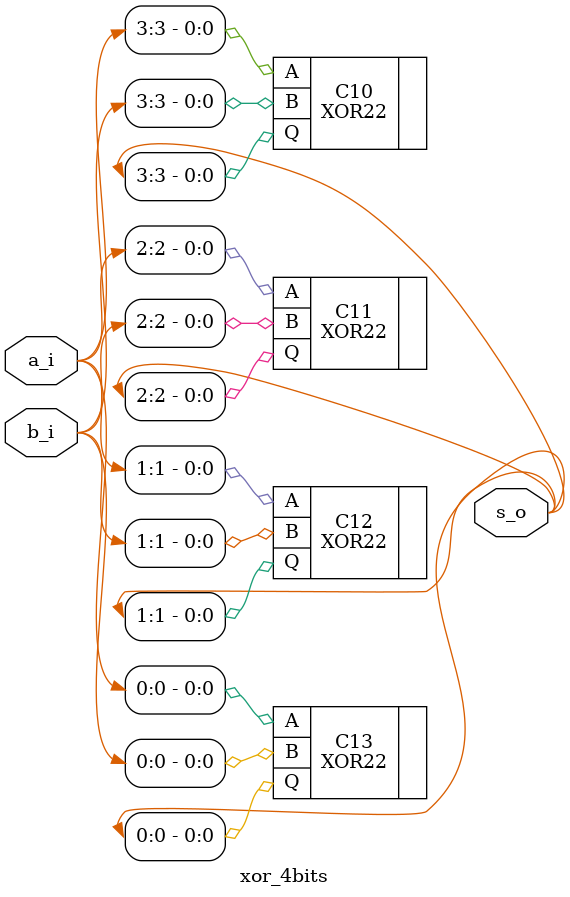
<source format=v>


module xor_4bits ( a_i, b_i, s_o );
  input [3:0] a_i;
  input [3:0] b_i;
  output [3:0] s_o;


  XOR22 C13 ( .A(a_i[0]), .B(b_i[0]), .Q(s_o[0]) );
  XOR22 C12 ( .A(a_i[1]), .B(b_i[1]), .Q(s_o[1]) );
  XOR22 C11 ( .A(a_i[2]), .B(b_i[2]), .Q(s_o[2]) );
  XOR22 C10 ( .A(a_i[3]), .B(b_i[3]), .Q(s_o[3]) );
endmodule


</source>
